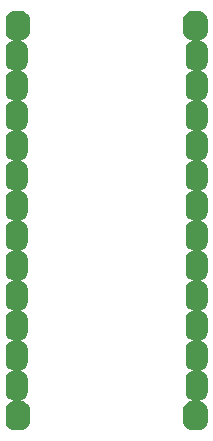
<source format=gbs>
G04 #@! TF.GenerationSoftware,KiCad,Pcbnew,(5.1.5-0-10_14)*
G04 #@! TF.CreationDate,2020-12-14T09:21:21-05:00*
G04 #@! TF.ProjectId,GW28R8128,47573238-5238-4313-9238-2e6b69636164,rev?*
G04 #@! TF.SameCoordinates,Original*
G04 #@! TF.FileFunction,Soldermask,Bot*
G04 #@! TF.FilePolarity,Negative*
%FSLAX46Y46*%
G04 Gerber Fmt 4.6, Leading zero omitted, Abs format (unit mm)*
G04 Created by KiCad (PCBNEW (5.1.5-0-10_14)) date 2020-12-14 09:21:21*
%MOMM*%
%LPD*%
G04 APERTURE LIST*
%ADD10C,0.100000*%
G04 APERTURE END LIST*
D10*
G36*
X56243272Y-19117538D02*
G01*
X56374402Y-19157315D01*
X56495243Y-19221906D01*
X56601165Y-19308835D01*
X56688094Y-19414757D01*
X56752685Y-19535598D01*
X56792462Y-19666728D01*
X56806200Y-19806207D01*
X56806200Y-20833793D01*
X56792462Y-20973272D01*
X56752685Y-21104402D01*
X56688094Y-21225243D01*
X56601165Y-21331165D01*
X56495243Y-21418094D01*
X56374402Y-21482685D01*
X56243272Y-21522462D01*
X56234159Y-21523360D01*
X56221950Y-21525789D01*
X56210450Y-21530552D01*
X56200100Y-21537468D01*
X56191298Y-21546270D01*
X56184382Y-21556621D01*
X56179619Y-21568121D01*
X56177191Y-21580330D01*
X56177191Y-21592778D01*
X56179620Y-21604987D01*
X56184383Y-21616487D01*
X56191299Y-21626837D01*
X56200101Y-21635639D01*
X56210452Y-21642555D01*
X56221952Y-21647318D01*
X56234160Y-21649746D01*
X56299617Y-21656193D01*
X56417613Y-21691986D01*
X56526356Y-21750110D01*
X56621669Y-21828331D01*
X56699890Y-21923644D01*
X56758014Y-22032387D01*
X56793807Y-22150383D01*
X56806200Y-22276207D01*
X56806200Y-23443793D01*
X56793807Y-23569617D01*
X56758014Y-23687613D01*
X56699890Y-23796356D01*
X56621669Y-23891669D01*
X56526356Y-23969890D01*
X56417613Y-24028014D01*
X56299617Y-24063807D01*
X56269159Y-24066807D01*
X56256950Y-24069235D01*
X56245450Y-24073999D01*
X56235100Y-24080915D01*
X56226298Y-24089717D01*
X56219382Y-24100067D01*
X56214618Y-24111567D01*
X56212190Y-24123776D01*
X56212190Y-24136224D01*
X56214618Y-24148433D01*
X56219382Y-24159933D01*
X56226298Y-24170283D01*
X56235100Y-24179085D01*
X56245450Y-24186001D01*
X56256950Y-24190765D01*
X56269159Y-24193193D01*
X56299617Y-24196193D01*
X56417613Y-24231986D01*
X56526356Y-24290110D01*
X56621669Y-24368331D01*
X56699890Y-24463644D01*
X56758014Y-24572387D01*
X56793807Y-24690383D01*
X56806200Y-24816207D01*
X56806200Y-25983793D01*
X56793807Y-26109617D01*
X56758014Y-26227613D01*
X56699890Y-26336356D01*
X56621669Y-26431669D01*
X56526356Y-26509890D01*
X56417613Y-26568014D01*
X56299617Y-26603807D01*
X56269159Y-26606807D01*
X56256950Y-26609235D01*
X56245450Y-26613999D01*
X56235100Y-26620915D01*
X56226298Y-26629717D01*
X56219382Y-26640067D01*
X56214618Y-26651567D01*
X56212190Y-26663776D01*
X56212190Y-26676224D01*
X56214618Y-26688433D01*
X56219382Y-26699933D01*
X56226298Y-26710283D01*
X56235100Y-26719085D01*
X56245450Y-26726001D01*
X56256950Y-26730765D01*
X56269159Y-26733193D01*
X56299617Y-26736193D01*
X56417613Y-26771986D01*
X56526356Y-26830110D01*
X56621669Y-26908331D01*
X56699890Y-27003644D01*
X56758014Y-27112387D01*
X56793807Y-27230383D01*
X56806200Y-27356207D01*
X56806200Y-28523793D01*
X56793807Y-28649617D01*
X56758014Y-28767613D01*
X56699890Y-28876356D01*
X56621669Y-28971669D01*
X56526356Y-29049890D01*
X56417613Y-29108014D01*
X56299617Y-29143807D01*
X56269159Y-29146807D01*
X56256950Y-29149235D01*
X56245450Y-29153999D01*
X56235100Y-29160915D01*
X56226298Y-29169717D01*
X56219382Y-29180067D01*
X56214618Y-29191567D01*
X56212190Y-29203776D01*
X56212190Y-29216224D01*
X56214618Y-29228433D01*
X56219382Y-29239933D01*
X56226298Y-29250283D01*
X56235100Y-29259085D01*
X56245450Y-29266001D01*
X56256950Y-29270765D01*
X56269159Y-29273193D01*
X56299617Y-29276193D01*
X56417613Y-29311986D01*
X56526356Y-29370110D01*
X56621669Y-29448331D01*
X56699890Y-29543644D01*
X56758014Y-29652387D01*
X56793807Y-29770383D01*
X56806200Y-29896207D01*
X56806200Y-31063793D01*
X56793807Y-31189617D01*
X56758014Y-31307613D01*
X56699890Y-31416356D01*
X56621669Y-31511669D01*
X56526356Y-31589890D01*
X56417613Y-31648014D01*
X56299617Y-31683807D01*
X56269159Y-31686807D01*
X56256950Y-31689235D01*
X56245450Y-31693999D01*
X56235100Y-31700915D01*
X56226298Y-31709717D01*
X56219382Y-31720067D01*
X56214618Y-31731567D01*
X56212190Y-31743776D01*
X56212190Y-31756224D01*
X56214618Y-31768433D01*
X56219382Y-31779933D01*
X56226298Y-31790283D01*
X56235100Y-31799085D01*
X56245450Y-31806001D01*
X56256950Y-31810765D01*
X56269159Y-31813193D01*
X56299617Y-31816193D01*
X56417613Y-31851986D01*
X56526356Y-31910110D01*
X56621669Y-31988331D01*
X56699890Y-32083644D01*
X56758014Y-32192387D01*
X56793807Y-32310383D01*
X56806200Y-32436207D01*
X56806200Y-33603793D01*
X56793807Y-33729617D01*
X56758014Y-33847613D01*
X56699890Y-33956356D01*
X56621669Y-34051669D01*
X56526356Y-34129890D01*
X56417613Y-34188014D01*
X56299617Y-34223807D01*
X56269159Y-34226807D01*
X56256950Y-34229235D01*
X56245450Y-34233999D01*
X56235100Y-34240915D01*
X56226298Y-34249717D01*
X56219382Y-34260067D01*
X56214618Y-34271567D01*
X56212190Y-34283776D01*
X56212190Y-34296224D01*
X56214618Y-34308433D01*
X56219382Y-34319933D01*
X56226298Y-34330283D01*
X56235100Y-34339085D01*
X56245450Y-34346001D01*
X56256950Y-34350765D01*
X56269159Y-34353193D01*
X56299617Y-34356193D01*
X56417613Y-34391986D01*
X56526356Y-34450110D01*
X56621669Y-34528331D01*
X56699890Y-34623644D01*
X56758014Y-34732387D01*
X56793807Y-34850383D01*
X56806200Y-34976207D01*
X56806200Y-36143793D01*
X56793807Y-36269617D01*
X56758014Y-36387613D01*
X56699890Y-36496356D01*
X56621669Y-36591669D01*
X56526356Y-36669890D01*
X56417613Y-36728014D01*
X56299617Y-36763807D01*
X56269159Y-36766807D01*
X56256950Y-36769235D01*
X56245450Y-36773999D01*
X56235100Y-36780915D01*
X56226298Y-36789717D01*
X56219382Y-36800067D01*
X56214618Y-36811567D01*
X56212190Y-36823776D01*
X56212190Y-36836224D01*
X56214618Y-36848433D01*
X56219382Y-36859933D01*
X56226298Y-36870283D01*
X56235100Y-36879085D01*
X56245450Y-36886001D01*
X56256950Y-36890765D01*
X56269159Y-36893193D01*
X56299617Y-36896193D01*
X56417613Y-36931986D01*
X56526356Y-36990110D01*
X56621669Y-37068331D01*
X56699890Y-37163644D01*
X56758014Y-37272387D01*
X56793807Y-37390383D01*
X56806200Y-37516207D01*
X56806200Y-38683793D01*
X56793807Y-38809617D01*
X56758014Y-38927613D01*
X56699890Y-39036356D01*
X56621669Y-39131669D01*
X56526356Y-39209890D01*
X56417613Y-39268014D01*
X56299617Y-39303807D01*
X56269159Y-39306807D01*
X56256950Y-39309235D01*
X56245450Y-39313999D01*
X56235100Y-39320915D01*
X56226298Y-39329717D01*
X56219382Y-39340067D01*
X56214618Y-39351567D01*
X56212190Y-39363776D01*
X56212190Y-39376224D01*
X56214618Y-39388433D01*
X56219382Y-39399933D01*
X56226298Y-39410283D01*
X56235100Y-39419085D01*
X56245450Y-39426001D01*
X56256950Y-39430765D01*
X56269159Y-39433193D01*
X56299617Y-39436193D01*
X56417613Y-39471986D01*
X56526356Y-39530110D01*
X56621669Y-39608331D01*
X56699890Y-39703644D01*
X56758014Y-39812387D01*
X56793807Y-39930383D01*
X56806200Y-40056207D01*
X56806200Y-41223793D01*
X56793807Y-41349617D01*
X56758014Y-41467613D01*
X56699890Y-41576356D01*
X56621669Y-41671669D01*
X56526356Y-41749890D01*
X56417613Y-41808014D01*
X56299617Y-41843807D01*
X56269159Y-41846807D01*
X56256950Y-41849235D01*
X56245450Y-41853999D01*
X56235100Y-41860915D01*
X56226298Y-41869717D01*
X56219382Y-41880067D01*
X56214618Y-41891567D01*
X56212190Y-41903776D01*
X56212190Y-41916224D01*
X56214618Y-41928433D01*
X56219382Y-41939933D01*
X56226298Y-41950283D01*
X56235100Y-41959085D01*
X56245450Y-41966001D01*
X56256950Y-41970765D01*
X56269159Y-41973193D01*
X56299617Y-41976193D01*
X56417613Y-42011986D01*
X56526356Y-42070110D01*
X56621669Y-42148331D01*
X56699890Y-42243644D01*
X56758014Y-42352387D01*
X56793807Y-42470383D01*
X56806200Y-42596207D01*
X56806200Y-43763793D01*
X56793807Y-43889617D01*
X56758014Y-44007613D01*
X56699890Y-44116356D01*
X56621669Y-44211669D01*
X56526356Y-44289890D01*
X56417613Y-44348014D01*
X56299617Y-44383807D01*
X56269159Y-44386807D01*
X56256950Y-44389235D01*
X56245450Y-44393999D01*
X56235100Y-44400915D01*
X56226298Y-44409717D01*
X56219382Y-44420067D01*
X56214618Y-44431567D01*
X56212190Y-44443776D01*
X56212190Y-44456224D01*
X56214618Y-44468433D01*
X56219382Y-44479933D01*
X56226298Y-44490283D01*
X56235100Y-44499085D01*
X56245450Y-44506001D01*
X56256950Y-44510765D01*
X56269159Y-44513193D01*
X56299617Y-44516193D01*
X56417613Y-44551986D01*
X56526356Y-44610110D01*
X56621669Y-44688331D01*
X56699890Y-44783644D01*
X56758014Y-44892387D01*
X56793807Y-45010383D01*
X56806200Y-45136207D01*
X56806200Y-46303793D01*
X56793807Y-46429617D01*
X56758014Y-46547613D01*
X56699890Y-46656356D01*
X56621669Y-46751669D01*
X56526356Y-46829890D01*
X56417613Y-46888014D01*
X56299617Y-46923807D01*
X56269159Y-46926807D01*
X56256950Y-46929235D01*
X56245450Y-46933999D01*
X56235100Y-46940915D01*
X56226298Y-46949717D01*
X56219382Y-46960067D01*
X56214618Y-46971567D01*
X56212190Y-46983776D01*
X56212190Y-46996224D01*
X56214618Y-47008433D01*
X56219382Y-47019933D01*
X56226298Y-47030283D01*
X56235100Y-47039085D01*
X56245450Y-47046001D01*
X56256950Y-47050765D01*
X56269159Y-47053193D01*
X56299617Y-47056193D01*
X56417613Y-47091986D01*
X56526356Y-47150110D01*
X56621669Y-47228331D01*
X56699890Y-47323644D01*
X56758014Y-47432387D01*
X56793807Y-47550383D01*
X56806200Y-47676207D01*
X56806200Y-48843793D01*
X56793807Y-48969617D01*
X56758014Y-49087613D01*
X56699890Y-49196356D01*
X56621669Y-49291669D01*
X56526356Y-49369890D01*
X56417613Y-49428014D01*
X56299617Y-49463807D01*
X56269159Y-49466807D01*
X56256950Y-49469235D01*
X56245450Y-49473999D01*
X56235100Y-49480915D01*
X56226298Y-49489717D01*
X56219382Y-49500067D01*
X56214618Y-49511567D01*
X56212190Y-49523776D01*
X56212190Y-49536224D01*
X56214618Y-49548433D01*
X56219382Y-49559933D01*
X56226298Y-49570283D01*
X56235100Y-49579085D01*
X56245450Y-49586001D01*
X56256950Y-49590765D01*
X56269159Y-49593193D01*
X56299617Y-49596193D01*
X56417613Y-49631986D01*
X56526356Y-49690110D01*
X56621669Y-49768331D01*
X56699890Y-49863644D01*
X56758014Y-49972387D01*
X56793807Y-50090383D01*
X56806200Y-50216207D01*
X56806200Y-51383793D01*
X56793807Y-51509617D01*
X56758014Y-51627613D01*
X56699890Y-51736356D01*
X56621669Y-51831669D01*
X56526356Y-51909890D01*
X56417613Y-51968014D01*
X56299617Y-52003807D01*
X56234160Y-52010254D01*
X56221951Y-52012682D01*
X56210451Y-52017446D01*
X56200101Y-52024362D01*
X56191299Y-52033164D01*
X56184383Y-52043514D01*
X56179619Y-52055014D01*
X56177191Y-52067223D01*
X56177191Y-52079671D01*
X56179619Y-52091880D01*
X56184383Y-52103380D01*
X56191299Y-52113730D01*
X56200101Y-52122532D01*
X56210451Y-52129448D01*
X56221951Y-52134212D01*
X56234159Y-52136640D01*
X56243272Y-52137538D01*
X56374402Y-52177315D01*
X56495243Y-52241906D01*
X56601165Y-52328835D01*
X56688094Y-52434757D01*
X56752685Y-52555598D01*
X56792462Y-52686728D01*
X56806200Y-52826207D01*
X56806200Y-53853793D01*
X56792462Y-53993272D01*
X56752685Y-54124402D01*
X56688094Y-54245243D01*
X56601165Y-54351165D01*
X56495243Y-54438094D01*
X56374402Y-54502685D01*
X56243272Y-54542462D01*
X56103793Y-54556200D01*
X55456207Y-54556200D01*
X55316728Y-54542462D01*
X55185598Y-54502685D01*
X55064757Y-54438094D01*
X54958835Y-54351165D01*
X54871906Y-54245243D01*
X54807315Y-54124402D01*
X54767538Y-53993272D01*
X54753800Y-53853793D01*
X54753800Y-52826207D01*
X54767538Y-52686728D01*
X54807315Y-52555598D01*
X54871906Y-52434757D01*
X54958835Y-52328835D01*
X55064757Y-52241906D01*
X55185598Y-52177315D01*
X55316728Y-52137538D01*
X55440276Y-52125369D01*
X55452485Y-52122941D01*
X55463985Y-52118177D01*
X55474335Y-52111261D01*
X55483137Y-52102459D01*
X55490053Y-52092109D01*
X55494817Y-52080609D01*
X55497245Y-52068400D01*
X55497245Y-52055952D01*
X55494817Y-52043743D01*
X55490053Y-52032243D01*
X55483137Y-52021893D01*
X55474335Y-52013091D01*
X55463985Y-52006175D01*
X55452484Y-52001411D01*
X55342387Y-51968014D01*
X55233644Y-51909890D01*
X55138331Y-51831669D01*
X55060110Y-51736356D01*
X55001986Y-51627613D01*
X54966193Y-51509617D01*
X54953800Y-51383793D01*
X54953800Y-50216207D01*
X54966193Y-50090383D01*
X55001986Y-49972387D01*
X55060110Y-49863644D01*
X55138331Y-49768331D01*
X55233644Y-49690110D01*
X55342387Y-49631986D01*
X55460383Y-49596193D01*
X55490841Y-49593193D01*
X55503050Y-49590765D01*
X55514550Y-49586001D01*
X55524900Y-49579085D01*
X55533702Y-49570283D01*
X55540618Y-49559933D01*
X55545382Y-49548433D01*
X55547810Y-49536224D01*
X55547810Y-49523776D01*
X55545382Y-49511567D01*
X55540618Y-49500067D01*
X55533702Y-49489717D01*
X55524900Y-49480915D01*
X55514550Y-49473999D01*
X55503050Y-49469235D01*
X55490841Y-49466807D01*
X55460383Y-49463807D01*
X55342387Y-49428014D01*
X55233644Y-49369890D01*
X55138331Y-49291669D01*
X55060110Y-49196356D01*
X55001986Y-49087613D01*
X54966193Y-48969617D01*
X54953800Y-48843793D01*
X54953800Y-47676207D01*
X54966193Y-47550383D01*
X55001986Y-47432387D01*
X55060110Y-47323644D01*
X55138331Y-47228331D01*
X55233644Y-47150110D01*
X55342387Y-47091986D01*
X55460383Y-47056193D01*
X55490841Y-47053193D01*
X55503050Y-47050765D01*
X55514550Y-47046001D01*
X55524900Y-47039085D01*
X55533702Y-47030283D01*
X55540618Y-47019933D01*
X55545382Y-47008433D01*
X55547810Y-46996224D01*
X55547810Y-46983776D01*
X55545382Y-46971567D01*
X55540618Y-46960067D01*
X55533702Y-46949717D01*
X55524900Y-46940915D01*
X55514550Y-46933999D01*
X55503050Y-46929235D01*
X55490841Y-46926807D01*
X55460383Y-46923807D01*
X55342387Y-46888014D01*
X55233644Y-46829890D01*
X55138331Y-46751669D01*
X55060110Y-46656356D01*
X55001986Y-46547613D01*
X54966193Y-46429617D01*
X54953800Y-46303793D01*
X54953800Y-45136207D01*
X54966193Y-45010383D01*
X55001986Y-44892387D01*
X55060110Y-44783644D01*
X55138331Y-44688331D01*
X55233644Y-44610110D01*
X55342387Y-44551986D01*
X55460383Y-44516193D01*
X55490841Y-44513193D01*
X55503050Y-44510765D01*
X55514550Y-44506001D01*
X55524900Y-44499085D01*
X55533702Y-44490283D01*
X55540618Y-44479933D01*
X55545382Y-44468433D01*
X55547810Y-44456224D01*
X55547810Y-44443776D01*
X55545382Y-44431567D01*
X55540618Y-44420067D01*
X55533702Y-44409717D01*
X55524900Y-44400915D01*
X55514550Y-44393999D01*
X55503050Y-44389235D01*
X55490841Y-44386807D01*
X55460383Y-44383807D01*
X55342387Y-44348014D01*
X55233644Y-44289890D01*
X55138331Y-44211669D01*
X55060110Y-44116356D01*
X55001986Y-44007613D01*
X54966193Y-43889617D01*
X54953800Y-43763793D01*
X54953800Y-42596207D01*
X54966193Y-42470383D01*
X55001986Y-42352387D01*
X55060110Y-42243644D01*
X55138331Y-42148331D01*
X55233644Y-42070110D01*
X55342387Y-42011986D01*
X55460383Y-41976193D01*
X55490841Y-41973193D01*
X55503050Y-41970765D01*
X55514550Y-41966001D01*
X55524900Y-41959085D01*
X55533702Y-41950283D01*
X55540618Y-41939933D01*
X55545382Y-41928433D01*
X55547810Y-41916224D01*
X55547810Y-41903776D01*
X55545382Y-41891567D01*
X55540618Y-41880067D01*
X55533702Y-41869717D01*
X55524900Y-41860915D01*
X55514550Y-41853999D01*
X55503050Y-41849235D01*
X55490841Y-41846807D01*
X55460383Y-41843807D01*
X55342387Y-41808014D01*
X55233644Y-41749890D01*
X55138331Y-41671669D01*
X55060110Y-41576356D01*
X55001986Y-41467613D01*
X54966193Y-41349617D01*
X54953800Y-41223793D01*
X54953800Y-40056207D01*
X54966193Y-39930383D01*
X55001986Y-39812387D01*
X55060110Y-39703644D01*
X55138331Y-39608331D01*
X55233644Y-39530110D01*
X55342387Y-39471986D01*
X55460383Y-39436193D01*
X55490841Y-39433193D01*
X55503050Y-39430765D01*
X55514550Y-39426001D01*
X55524900Y-39419085D01*
X55533702Y-39410283D01*
X55540618Y-39399933D01*
X55545382Y-39388433D01*
X55547810Y-39376224D01*
X55547810Y-39363776D01*
X55545382Y-39351567D01*
X55540618Y-39340067D01*
X55533702Y-39329717D01*
X55524900Y-39320915D01*
X55514550Y-39313999D01*
X55503050Y-39309235D01*
X55490841Y-39306807D01*
X55460383Y-39303807D01*
X55342387Y-39268014D01*
X55233644Y-39209890D01*
X55138331Y-39131669D01*
X55060110Y-39036356D01*
X55001986Y-38927613D01*
X54966193Y-38809617D01*
X54953800Y-38683793D01*
X54953800Y-37516207D01*
X54966193Y-37390383D01*
X55001986Y-37272387D01*
X55060110Y-37163644D01*
X55138331Y-37068331D01*
X55233644Y-36990110D01*
X55342387Y-36931986D01*
X55460383Y-36896193D01*
X55490841Y-36893193D01*
X55503050Y-36890765D01*
X55514550Y-36886001D01*
X55524900Y-36879085D01*
X55533702Y-36870283D01*
X55540618Y-36859933D01*
X55545382Y-36848433D01*
X55547810Y-36836224D01*
X55547810Y-36823776D01*
X55545382Y-36811567D01*
X55540618Y-36800067D01*
X55533702Y-36789717D01*
X55524900Y-36780915D01*
X55514550Y-36773999D01*
X55503050Y-36769235D01*
X55490841Y-36766807D01*
X55460383Y-36763807D01*
X55342387Y-36728014D01*
X55233644Y-36669890D01*
X55138331Y-36591669D01*
X55060110Y-36496356D01*
X55001986Y-36387613D01*
X54966193Y-36269617D01*
X54953800Y-36143793D01*
X54953800Y-34976207D01*
X54966193Y-34850383D01*
X55001986Y-34732387D01*
X55060110Y-34623644D01*
X55138331Y-34528331D01*
X55233644Y-34450110D01*
X55342387Y-34391986D01*
X55460383Y-34356193D01*
X55490841Y-34353193D01*
X55503050Y-34350765D01*
X55514550Y-34346001D01*
X55524900Y-34339085D01*
X55533702Y-34330283D01*
X55540618Y-34319933D01*
X55545382Y-34308433D01*
X55547810Y-34296224D01*
X55547810Y-34283776D01*
X55545382Y-34271567D01*
X55540618Y-34260067D01*
X55533702Y-34249717D01*
X55524900Y-34240915D01*
X55514550Y-34233999D01*
X55503050Y-34229235D01*
X55490841Y-34226807D01*
X55460383Y-34223807D01*
X55342387Y-34188014D01*
X55233644Y-34129890D01*
X55138331Y-34051669D01*
X55060110Y-33956356D01*
X55001986Y-33847613D01*
X54966193Y-33729617D01*
X54953800Y-33603793D01*
X54953800Y-32436207D01*
X54966193Y-32310383D01*
X55001986Y-32192387D01*
X55060110Y-32083644D01*
X55138331Y-31988331D01*
X55233644Y-31910110D01*
X55342387Y-31851986D01*
X55460383Y-31816193D01*
X55490841Y-31813193D01*
X55503050Y-31810765D01*
X55514550Y-31806001D01*
X55524900Y-31799085D01*
X55533702Y-31790283D01*
X55540618Y-31779933D01*
X55545382Y-31768433D01*
X55547810Y-31756224D01*
X55547810Y-31743776D01*
X55545382Y-31731567D01*
X55540618Y-31720067D01*
X55533702Y-31709717D01*
X55524900Y-31700915D01*
X55514550Y-31693999D01*
X55503050Y-31689235D01*
X55490841Y-31686807D01*
X55460383Y-31683807D01*
X55342387Y-31648014D01*
X55233644Y-31589890D01*
X55138331Y-31511669D01*
X55060110Y-31416356D01*
X55001986Y-31307613D01*
X54966193Y-31189617D01*
X54953800Y-31063793D01*
X54953800Y-29896207D01*
X54966193Y-29770383D01*
X55001986Y-29652387D01*
X55060110Y-29543644D01*
X55138331Y-29448331D01*
X55233644Y-29370110D01*
X55342387Y-29311986D01*
X55460383Y-29276193D01*
X55490841Y-29273193D01*
X55503050Y-29270765D01*
X55514550Y-29266001D01*
X55524900Y-29259085D01*
X55533702Y-29250283D01*
X55540618Y-29239933D01*
X55545382Y-29228433D01*
X55547810Y-29216224D01*
X55547810Y-29203776D01*
X55545382Y-29191567D01*
X55540618Y-29180067D01*
X55533702Y-29169717D01*
X55524900Y-29160915D01*
X55514550Y-29153999D01*
X55503050Y-29149235D01*
X55490841Y-29146807D01*
X55460383Y-29143807D01*
X55342387Y-29108014D01*
X55233644Y-29049890D01*
X55138331Y-28971669D01*
X55060110Y-28876356D01*
X55001986Y-28767613D01*
X54966193Y-28649617D01*
X54953800Y-28523793D01*
X54953800Y-27356207D01*
X54966193Y-27230383D01*
X55001986Y-27112387D01*
X55060110Y-27003644D01*
X55138331Y-26908331D01*
X55233644Y-26830110D01*
X55342387Y-26771986D01*
X55460383Y-26736193D01*
X55490841Y-26733193D01*
X55503050Y-26730765D01*
X55514550Y-26726001D01*
X55524900Y-26719085D01*
X55533702Y-26710283D01*
X55540618Y-26699933D01*
X55545382Y-26688433D01*
X55547810Y-26676224D01*
X55547810Y-26663776D01*
X55545382Y-26651567D01*
X55540618Y-26640067D01*
X55533702Y-26629717D01*
X55524900Y-26620915D01*
X55514550Y-26613999D01*
X55503050Y-26609235D01*
X55490841Y-26606807D01*
X55460383Y-26603807D01*
X55342387Y-26568014D01*
X55233644Y-26509890D01*
X55138331Y-26431669D01*
X55060110Y-26336356D01*
X55001986Y-26227613D01*
X54966193Y-26109617D01*
X54953800Y-25983793D01*
X54953800Y-24816207D01*
X54966193Y-24690383D01*
X55001986Y-24572387D01*
X55060110Y-24463644D01*
X55138331Y-24368331D01*
X55233644Y-24290110D01*
X55342387Y-24231986D01*
X55460383Y-24196193D01*
X55490841Y-24193193D01*
X55503050Y-24190765D01*
X55514550Y-24186001D01*
X55524900Y-24179085D01*
X55533702Y-24170283D01*
X55540618Y-24159933D01*
X55545382Y-24148433D01*
X55547810Y-24136224D01*
X55547810Y-24123776D01*
X55545382Y-24111567D01*
X55540618Y-24100067D01*
X55533702Y-24089717D01*
X55524900Y-24080915D01*
X55514550Y-24073999D01*
X55503050Y-24069235D01*
X55490841Y-24066807D01*
X55460383Y-24063807D01*
X55342387Y-24028014D01*
X55233644Y-23969890D01*
X55138331Y-23891669D01*
X55060110Y-23796356D01*
X55001986Y-23687613D01*
X54966193Y-23569617D01*
X54953800Y-23443793D01*
X54953800Y-22276207D01*
X54966193Y-22150383D01*
X55001986Y-22032387D01*
X55060110Y-21923644D01*
X55138331Y-21828331D01*
X55233644Y-21750110D01*
X55342387Y-21691986D01*
X55452484Y-21658589D01*
X55463985Y-21653825D01*
X55474335Y-21646910D01*
X55483137Y-21638108D01*
X55490053Y-21627758D01*
X55494817Y-21616257D01*
X55497245Y-21604048D01*
X55497245Y-21591600D01*
X55494817Y-21579392D01*
X55490053Y-21567891D01*
X55483138Y-21557541D01*
X55474336Y-21548739D01*
X55463986Y-21541823D01*
X55452485Y-21537059D01*
X55440276Y-21534631D01*
X55316728Y-21522462D01*
X55185598Y-21482685D01*
X55064757Y-21418094D01*
X54958835Y-21331165D01*
X54871906Y-21225243D01*
X54807315Y-21104402D01*
X54767538Y-20973272D01*
X54753800Y-20833793D01*
X54753800Y-19806207D01*
X54767538Y-19666728D01*
X54807315Y-19535598D01*
X54871906Y-19414757D01*
X54958835Y-19308835D01*
X55064757Y-19221906D01*
X55185598Y-19157315D01*
X55316728Y-19117538D01*
X55456207Y-19103800D01*
X56103793Y-19103800D01*
X56243272Y-19117538D01*
G37*
G36*
X41203272Y-19117538D02*
G01*
X41334402Y-19157315D01*
X41455243Y-19221906D01*
X41561165Y-19308835D01*
X41648094Y-19414757D01*
X41712685Y-19535598D01*
X41752462Y-19666728D01*
X41766200Y-19806207D01*
X41766200Y-20833793D01*
X41752462Y-20973272D01*
X41712685Y-21104402D01*
X41648094Y-21225243D01*
X41561165Y-21331165D01*
X41455243Y-21418094D01*
X41334402Y-21482685D01*
X41203272Y-21522462D01*
X41079724Y-21534631D01*
X41067515Y-21537059D01*
X41056015Y-21541823D01*
X41045665Y-21548739D01*
X41036863Y-21557541D01*
X41029947Y-21567891D01*
X41025183Y-21579391D01*
X41022755Y-21591600D01*
X41022755Y-21604048D01*
X41025183Y-21616257D01*
X41029947Y-21627757D01*
X41036863Y-21638107D01*
X41045665Y-21646909D01*
X41056015Y-21653825D01*
X41067516Y-21658589D01*
X41177613Y-21691986D01*
X41286356Y-21750110D01*
X41381669Y-21828331D01*
X41459890Y-21923644D01*
X41518014Y-22032387D01*
X41553807Y-22150383D01*
X41566200Y-22276207D01*
X41566200Y-23443793D01*
X41553807Y-23569617D01*
X41518014Y-23687613D01*
X41459890Y-23796356D01*
X41381669Y-23891669D01*
X41286356Y-23969890D01*
X41177613Y-24028014D01*
X41059617Y-24063807D01*
X41029159Y-24066807D01*
X41016950Y-24069235D01*
X41005450Y-24073999D01*
X40995100Y-24080915D01*
X40986298Y-24089717D01*
X40979382Y-24100067D01*
X40974618Y-24111567D01*
X40972190Y-24123776D01*
X40972190Y-24136224D01*
X40974618Y-24148433D01*
X40979382Y-24159933D01*
X40986298Y-24170283D01*
X40995100Y-24179085D01*
X41005450Y-24186001D01*
X41016950Y-24190765D01*
X41029159Y-24193193D01*
X41059617Y-24196193D01*
X41177613Y-24231986D01*
X41286356Y-24290110D01*
X41381669Y-24368331D01*
X41459890Y-24463644D01*
X41518014Y-24572387D01*
X41553807Y-24690383D01*
X41566200Y-24816207D01*
X41566200Y-25983793D01*
X41553807Y-26109617D01*
X41518014Y-26227613D01*
X41459890Y-26336356D01*
X41381669Y-26431669D01*
X41286356Y-26509890D01*
X41177613Y-26568014D01*
X41059617Y-26603807D01*
X41029159Y-26606807D01*
X41016950Y-26609235D01*
X41005450Y-26613999D01*
X40995100Y-26620915D01*
X40986298Y-26629717D01*
X40979382Y-26640067D01*
X40974618Y-26651567D01*
X40972190Y-26663776D01*
X40972190Y-26676224D01*
X40974618Y-26688433D01*
X40979382Y-26699933D01*
X40986298Y-26710283D01*
X40995100Y-26719085D01*
X41005450Y-26726001D01*
X41016950Y-26730765D01*
X41029159Y-26733193D01*
X41059617Y-26736193D01*
X41177613Y-26771986D01*
X41286356Y-26830110D01*
X41381669Y-26908331D01*
X41459890Y-27003644D01*
X41518014Y-27112387D01*
X41553807Y-27230383D01*
X41566200Y-27356207D01*
X41566200Y-28523793D01*
X41553807Y-28649617D01*
X41518014Y-28767613D01*
X41459890Y-28876356D01*
X41381669Y-28971669D01*
X41286356Y-29049890D01*
X41177613Y-29108014D01*
X41059617Y-29143807D01*
X41029159Y-29146807D01*
X41016950Y-29149235D01*
X41005450Y-29153999D01*
X40995100Y-29160915D01*
X40986298Y-29169717D01*
X40979382Y-29180067D01*
X40974618Y-29191567D01*
X40972190Y-29203776D01*
X40972190Y-29216224D01*
X40974618Y-29228433D01*
X40979382Y-29239933D01*
X40986298Y-29250283D01*
X40995100Y-29259085D01*
X41005450Y-29266001D01*
X41016950Y-29270765D01*
X41029159Y-29273193D01*
X41059617Y-29276193D01*
X41177613Y-29311986D01*
X41286356Y-29370110D01*
X41381669Y-29448331D01*
X41459890Y-29543644D01*
X41518014Y-29652387D01*
X41553807Y-29770383D01*
X41566200Y-29896207D01*
X41566200Y-31063793D01*
X41553807Y-31189617D01*
X41518014Y-31307613D01*
X41459890Y-31416356D01*
X41381669Y-31511669D01*
X41286356Y-31589890D01*
X41177613Y-31648014D01*
X41059617Y-31683807D01*
X41029159Y-31686807D01*
X41016950Y-31689235D01*
X41005450Y-31693999D01*
X40995100Y-31700915D01*
X40986298Y-31709717D01*
X40979382Y-31720067D01*
X40974618Y-31731567D01*
X40972190Y-31743776D01*
X40972190Y-31756224D01*
X40974618Y-31768433D01*
X40979382Y-31779933D01*
X40986298Y-31790283D01*
X40995100Y-31799085D01*
X41005450Y-31806001D01*
X41016950Y-31810765D01*
X41029159Y-31813193D01*
X41059617Y-31816193D01*
X41177613Y-31851986D01*
X41286356Y-31910110D01*
X41381669Y-31988331D01*
X41459890Y-32083644D01*
X41518014Y-32192387D01*
X41553807Y-32310383D01*
X41566200Y-32436207D01*
X41566200Y-33603793D01*
X41553807Y-33729617D01*
X41518014Y-33847613D01*
X41459890Y-33956356D01*
X41381669Y-34051669D01*
X41286356Y-34129890D01*
X41177613Y-34188014D01*
X41059617Y-34223807D01*
X41029159Y-34226807D01*
X41016950Y-34229235D01*
X41005450Y-34233999D01*
X40995100Y-34240915D01*
X40986298Y-34249717D01*
X40979382Y-34260067D01*
X40974618Y-34271567D01*
X40972190Y-34283776D01*
X40972190Y-34296224D01*
X40974618Y-34308433D01*
X40979382Y-34319933D01*
X40986298Y-34330283D01*
X40995100Y-34339085D01*
X41005450Y-34346001D01*
X41016950Y-34350765D01*
X41029159Y-34353193D01*
X41059617Y-34356193D01*
X41177613Y-34391986D01*
X41286356Y-34450110D01*
X41381669Y-34528331D01*
X41459890Y-34623644D01*
X41518014Y-34732387D01*
X41553807Y-34850383D01*
X41566200Y-34976207D01*
X41566200Y-36143793D01*
X41553807Y-36269617D01*
X41518014Y-36387613D01*
X41459890Y-36496356D01*
X41381669Y-36591669D01*
X41286356Y-36669890D01*
X41177613Y-36728014D01*
X41059617Y-36763807D01*
X41029159Y-36766807D01*
X41016950Y-36769235D01*
X41005450Y-36773999D01*
X40995100Y-36780915D01*
X40986298Y-36789717D01*
X40979382Y-36800067D01*
X40974618Y-36811567D01*
X40972190Y-36823776D01*
X40972190Y-36836224D01*
X40974618Y-36848433D01*
X40979382Y-36859933D01*
X40986298Y-36870283D01*
X40995100Y-36879085D01*
X41005450Y-36886001D01*
X41016950Y-36890765D01*
X41029159Y-36893193D01*
X41059617Y-36896193D01*
X41177613Y-36931986D01*
X41286356Y-36990110D01*
X41381669Y-37068331D01*
X41459890Y-37163644D01*
X41518014Y-37272387D01*
X41553807Y-37390383D01*
X41566200Y-37516207D01*
X41566200Y-38683793D01*
X41553807Y-38809617D01*
X41518014Y-38927613D01*
X41459890Y-39036356D01*
X41381669Y-39131669D01*
X41286356Y-39209890D01*
X41177613Y-39268014D01*
X41059617Y-39303807D01*
X41029159Y-39306807D01*
X41016950Y-39309235D01*
X41005450Y-39313999D01*
X40995100Y-39320915D01*
X40986298Y-39329717D01*
X40979382Y-39340067D01*
X40974618Y-39351567D01*
X40972190Y-39363776D01*
X40972190Y-39376224D01*
X40974618Y-39388433D01*
X40979382Y-39399933D01*
X40986298Y-39410283D01*
X40995100Y-39419085D01*
X41005450Y-39426001D01*
X41016950Y-39430765D01*
X41029159Y-39433193D01*
X41059617Y-39436193D01*
X41177613Y-39471986D01*
X41286356Y-39530110D01*
X41381669Y-39608331D01*
X41459890Y-39703644D01*
X41518014Y-39812387D01*
X41553807Y-39930383D01*
X41566200Y-40056207D01*
X41566200Y-41223793D01*
X41553807Y-41349617D01*
X41518014Y-41467613D01*
X41459890Y-41576356D01*
X41381669Y-41671669D01*
X41286356Y-41749890D01*
X41177613Y-41808014D01*
X41059617Y-41843807D01*
X41029159Y-41846807D01*
X41016950Y-41849235D01*
X41005450Y-41853999D01*
X40995100Y-41860915D01*
X40986298Y-41869717D01*
X40979382Y-41880067D01*
X40974618Y-41891567D01*
X40972190Y-41903776D01*
X40972190Y-41916224D01*
X40974618Y-41928433D01*
X40979382Y-41939933D01*
X40986298Y-41950283D01*
X40995100Y-41959085D01*
X41005450Y-41966001D01*
X41016950Y-41970765D01*
X41029159Y-41973193D01*
X41059617Y-41976193D01*
X41177613Y-42011986D01*
X41286356Y-42070110D01*
X41381669Y-42148331D01*
X41459890Y-42243644D01*
X41518014Y-42352387D01*
X41553807Y-42470383D01*
X41566200Y-42596207D01*
X41566200Y-43763793D01*
X41553807Y-43889617D01*
X41518014Y-44007613D01*
X41459890Y-44116356D01*
X41381669Y-44211669D01*
X41286356Y-44289890D01*
X41177613Y-44348014D01*
X41059617Y-44383807D01*
X41029159Y-44386807D01*
X41016950Y-44389235D01*
X41005450Y-44393999D01*
X40995100Y-44400915D01*
X40986298Y-44409717D01*
X40979382Y-44420067D01*
X40974618Y-44431567D01*
X40972190Y-44443776D01*
X40972190Y-44456224D01*
X40974618Y-44468433D01*
X40979382Y-44479933D01*
X40986298Y-44490283D01*
X40995100Y-44499085D01*
X41005450Y-44506001D01*
X41016950Y-44510765D01*
X41029159Y-44513193D01*
X41059617Y-44516193D01*
X41177613Y-44551986D01*
X41286356Y-44610110D01*
X41381669Y-44688331D01*
X41459890Y-44783644D01*
X41518014Y-44892387D01*
X41553807Y-45010383D01*
X41566200Y-45136207D01*
X41566200Y-46303793D01*
X41553807Y-46429617D01*
X41518014Y-46547613D01*
X41459890Y-46656356D01*
X41381669Y-46751669D01*
X41286356Y-46829890D01*
X41177613Y-46888014D01*
X41059617Y-46923807D01*
X41029159Y-46926807D01*
X41016950Y-46929235D01*
X41005450Y-46933999D01*
X40995100Y-46940915D01*
X40986298Y-46949717D01*
X40979382Y-46960067D01*
X40974618Y-46971567D01*
X40972190Y-46983776D01*
X40972190Y-46996224D01*
X40974618Y-47008433D01*
X40979382Y-47019933D01*
X40986298Y-47030283D01*
X40995100Y-47039085D01*
X41005450Y-47046001D01*
X41016950Y-47050765D01*
X41029159Y-47053193D01*
X41059617Y-47056193D01*
X41177613Y-47091986D01*
X41286356Y-47150110D01*
X41381669Y-47228331D01*
X41459890Y-47323644D01*
X41518014Y-47432387D01*
X41553807Y-47550383D01*
X41566200Y-47676207D01*
X41566200Y-48843793D01*
X41553807Y-48969617D01*
X41518014Y-49087613D01*
X41459890Y-49196356D01*
X41381669Y-49291669D01*
X41286356Y-49369890D01*
X41177613Y-49428014D01*
X41059617Y-49463807D01*
X41029159Y-49466807D01*
X41016950Y-49469235D01*
X41005450Y-49473999D01*
X40995100Y-49480915D01*
X40986298Y-49489717D01*
X40979382Y-49500067D01*
X40974618Y-49511567D01*
X40972190Y-49523776D01*
X40972190Y-49536224D01*
X40974618Y-49548433D01*
X40979382Y-49559933D01*
X40986298Y-49570283D01*
X40995100Y-49579085D01*
X41005450Y-49586001D01*
X41016950Y-49590765D01*
X41029159Y-49593193D01*
X41059617Y-49596193D01*
X41177613Y-49631986D01*
X41286356Y-49690110D01*
X41381669Y-49768331D01*
X41459890Y-49863644D01*
X41518014Y-49972387D01*
X41553807Y-50090383D01*
X41566200Y-50216207D01*
X41566200Y-51383793D01*
X41553807Y-51509617D01*
X41518014Y-51627613D01*
X41459890Y-51736356D01*
X41381669Y-51831669D01*
X41286356Y-51909890D01*
X41177613Y-51968014D01*
X41067516Y-52001411D01*
X41056015Y-52006175D01*
X41045665Y-52013090D01*
X41036863Y-52021892D01*
X41029947Y-52032242D01*
X41025183Y-52043743D01*
X41022755Y-52055952D01*
X41022755Y-52068400D01*
X41025183Y-52080608D01*
X41029947Y-52092109D01*
X41036862Y-52102459D01*
X41045664Y-52111261D01*
X41056014Y-52118177D01*
X41067515Y-52122941D01*
X41079724Y-52125369D01*
X41203272Y-52137538D01*
X41334402Y-52177315D01*
X41455243Y-52241906D01*
X41561165Y-52328835D01*
X41648094Y-52434757D01*
X41712685Y-52555598D01*
X41752462Y-52686728D01*
X41766200Y-52826207D01*
X41766200Y-53853793D01*
X41752462Y-53993272D01*
X41712685Y-54124402D01*
X41648094Y-54245243D01*
X41561165Y-54351165D01*
X41455243Y-54438094D01*
X41334402Y-54502685D01*
X41203272Y-54542462D01*
X41063793Y-54556200D01*
X40416207Y-54556200D01*
X40276728Y-54542462D01*
X40145598Y-54502685D01*
X40024757Y-54438094D01*
X39918835Y-54351165D01*
X39831906Y-54245243D01*
X39767315Y-54124402D01*
X39727538Y-53993272D01*
X39713800Y-53853793D01*
X39713800Y-52826207D01*
X39727538Y-52686728D01*
X39767315Y-52555598D01*
X39831906Y-52434757D01*
X39918835Y-52328835D01*
X40024757Y-52241906D01*
X40145598Y-52177315D01*
X40276728Y-52137538D01*
X40285841Y-52136640D01*
X40298050Y-52134211D01*
X40309550Y-52129448D01*
X40319900Y-52122532D01*
X40328702Y-52113730D01*
X40335618Y-52103379D01*
X40340381Y-52091879D01*
X40342809Y-52079670D01*
X40342809Y-52067222D01*
X40340380Y-52055013D01*
X40335617Y-52043513D01*
X40328701Y-52033163D01*
X40319899Y-52024361D01*
X40309548Y-52017445D01*
X40298048Y-52012682D01*
X40285840Y-52010254D01*
X40220383Y-52003807D01*
X40102387Y-51968014D01*
X39993644Y-51909890D01*
X39898331Y-51831669D01*
X39820110Y-51736356D01*
X39761986Y-51627613D01*
X39726193Y-51509617D01*
X39713800Y-51383793D01*
X39713800Y-50216207D01*
X39726193Y-50090383D01*
X39761986Y-49972387D01*
X39820110Y-49863644D01*
X39898331Y-49768331D01*
X39993644Y-49690110D01*
X40102387Y-49631986D01*
X40220383Y-49596193D01*
X40250841Y-49593193D01*
X40263050Y-49590765D01*
X40274550Y-49586001D01*
X40284900Y-49579085D01*
X40293702Y-49570283D01*
X40300618Y-49559933D01*
X40305382Y-49548433D01*
X40307810Y-49536224D01*
X40307810Y-49523776D01*
X40305382Y-49511567D01*
X40300618Y-49500067D01*
X40293702Y-49489717D01*
X40284900Y-49480915D01*
X40274550Y-49473999D01*
X40263050Y-49469235D01*
X40250841Y-49466807D01*
X40220383Y-49463807D01*
X40102387Y-49428014D01*
X39993644Y-49369890D01*
X39898331Y-49291669D01*
X39820110Y-49196356D01*
X39761986Y-49087613D01*
X39726193Y-48969617D01*
X39713800Y-48843793D01*
X39713800Y-47676207D01*
X39726193Y-47550383D01*
X39761986Y-47432387D01*
X39820110Y-47323644D01*
X39898331Y-47228331D01*
X39993644Y-47150110D01*
X40102387Y-47091986D01*
X40220383Y-47056193D01*
X40250841Y-47053193D01*
X40263050Y-47050765D01*
X40274550Y-47046001D01*
X40284900Y-47039085D01*
X40293702Y-47030283D01*
X40300618Y-47019933D01*
X40305382Y-47008433D01*
X40307810Y-46996224D01*
X40307810Y-46983776D01*
X40305382Y-46971567D01*
X40300618Y-46960067D01*
X40293702Y-46949717D01*
X40284900Y-46940915D01*
X40274550Y-46933999D01*
X40263050Y-46929235D01*
X40250841Y-46926807D01*
X40220383Y-46923807D01*
X40102387Y-46888014D01*
X39993644Y-46829890D01*
X39898331Y-46751669D01*
X39820110Y-46656356D01*
X39761986Y-46547613D01*
X39726193Y-46429617D01*
X39713800Y-46303793D01*
X39713800Y-45136207D01*
X39726193Y-45010383D01*
X39761986Y-44892387D01*
X39820110Y-44783644D01*
X39898331Y-44688331D01*
X39993644Y-44610110D01*
X40102387Y-44551986D01*
X40220383Y-44516193D01*
X40250841Y-44513193D01*
X40263050Y-44510765D01*
X40274550Y-44506001D01*
X40284900Y-44499085D01*
X40293702Y-44490283D01*
X40300618Y-44479933D01*
X40305382Y-44468433D01*
X40307810Y-44456224D01*
X40307810Y-44443776D01*
X40305382Y-44431567D01*
X40300618Y-44420067D01*
X40293702Y-44409717D01*
X40284900Y-44400915D01*
X40274550Y-44393999D01*
X40263050Y-44389235D01*
X40250841Y-44386807D01*
X40220383Y-44383807D01*
X40102387Y-44348014D01*
X39993644Y-44289890D01*
X39898331Y-44211669D01*
X39820110Y-44116356D01*
X39761986Y-44007613D01*
X39726193Y-43889617D01*
X39713800Y-43763793D01*
X39713800Y-42596207D01*
X39726193Y-42470383D01*
X39761986Y-42352387D01*
X39820110Y-42243644D01*
X39898331Y-42148331D01*
X39993644Y-42070110D01*
X40102387Y-42011986D01*
X40220383Y-41976193D01*
X40250841Y-41973193D01*
X40263050Y-41970765D01*
X40274550Y-41966001D01*
X40284900Y-41959085D01*
X40293702Y-41950283D01*
X40300618Y-41939933D01*
X40305382Y-41928433D01*
X40307810Y-41916224D01*
X40307810Y-41903776D01*
X40305382Y-41891567D01*
X40300618Y-41880067D01*
X40293702Y-41869717D01*
X40284900Y-41860915D01*
X40274550Y-41853999D01*
X40263050Y-41849235D01*
X40250841Y-41846807D01*
X40220383Y-41843807D01*
X40102387Y-41808014D01*
X39993644Y-41749890D01*
X39898331Y-41671669D01*
X39820110Y-41576356D01*
X39761986Y-41467613D01*
X39726193Y-41349617D01*
X39713800Y-41223793D01*
X39713800Y-40056207D01*
X39726193Y-39930383D01*
X39761986Y-39812387D01*
X39820110Y-39703644D01*
X39898331Y-39608331D01*
X39993644Y-39530110D01*
X40102387Y-39471986D01*
X40220383Y-39436193D01*
X40250841Y-39433193D01*
X40263050Y-39430765D01*
X40274550Y-39426001D01*
X40284900Y-39419085D01*
X40293702Y-39410283D01*
X40300618Y-39399933D01*
X40305382Y-39388433D01*
X40307810Y-39376224D01*
X40307810Y-39363776D01*
X40305382Y-39351567D01*
X40300618Y-39340067D01*
X40293702Y-39329717D01*
X40284900Y-39320915D01*
X40274550Y-39313999D01*
X40263050Y-39309235D01*
X40250841Y-39306807D01*
X40220383Y-39303807D01*
X40102387Y-39268014D01*
X39993644Y-39209890D01*
X39898331Y-39131669D01*
X39820110Y-39036356D01*
X39761986Y-38927613D01*
X39726193Y-38809617D01*
X39713800Y-38683793D01*
X39713800Y-37516207D01*
X39726193Y-37390383D01*
X39761986Y-37272387D01*
X39820110Y-37163644D01*
X39898331Y-37068331D01*
X39993644Y-36990110D01*
X40102387Y-36931986D01*
X40220383Y-36896193D01*
X40250841Y-36893193D01*
X40263050Y-36890765D01*
X40274550Y-36886001D01*
X40284900Y-36879085D01*
X40293702Y-36870283D01*
X40300618Y-36859933D01*
X40305382Y-36848433D01*
X40307810Y-36836224D01*
X40307810Y-36823776D01*
X40305382Y-36811567D01*
X40300618Y-36800067D01*
X40293702Y-36789717D01*
X40284900Y-36780915D01*
X40274550Y-36773999D01*
X40263050Y-36769235D01*
X40250841Y-36766807D01*
X40220383Y-36763807D01*
X40102387Y-36728014D01*
X39993644Y-36669890D01*
X39898331Y-36591669D01*
X39820110Y-36496356D01*
X39761986Y-36387613D01*
X39726193Y-36269617D01*
X39713800Y-36143793D01*
X39713800Y-34976207D01*
X39726193Y-34850383D01*
X39761986Y-34732387D01*
X39820110Y-34623644D01*
X39898331Y-34528331D01*
X39993644Y-34450110D01*
X40102387Y-34391986D01*
X40220383Y-34356193D01*
X40250841Y-34353193D01*
X40263050Y-34350765D01*
X40274550Y-34346001D01*
X40284900Y-34339085D01*
X40293702Y-34330283D01*
X40300618Y-34319933D01*
X40305382Y-34308433D01*
X40307810Y-34296224D01*
X40307810Y-34283776D01*
X40305382Y-34271567D01*
X40300618Y-34260067D01*
X40293702Y-34249717D01*
X40284900Y-34240915D01*
X40274550Y-34233999D01*
X40263050Y-34229235D01*
X40250841Y-34226807D01*
X40220383Y-34223807D01*
X40102387Y-34188014D01*
X39993644Y-34129890D01*
X39898331Y-34051669D01*
X39820110Y-33956356D01*
X39761986Y-33847613D01*
X39726193Y-33729617D01*
X39713800Y-33603793D01*
X39713800Y-32436207D01*
X39726193Y-32310383D01*
X39761986Y-32192387D01*
X39820110Y-32083644D01*
X39898331Y-31988331D01*
X39993644Y-31910110D01*
X40102387Y-31851986D01*
X40220383Y-31816193D01*
X40250841Y-31813193D01*
X40263050Y-31810765D01*
X40274550Y-31806001D01*
X40284900Y-31799085D01*
X40293702Y-31790283D01*
X40300618Y-31779933D01*
X40305382Y-31768433D01*
X40307810Y-31756224D01*
X40307810Y-31743776D01*
X40305382Y-31731567D01*
X40300618Y-31720067D01*
X40293702Y-31709717D01*
X40284900Y-31700915D01*
X40274550Y-31693999D01*
X40263050Y-31689235D01*
X40250841Y-31686807D01*
X40220383Y-31683807D01*
X40102387Y-31648014D01*
X39993644Y-31589890D01*
X39898331Y-31511669D01*
X39820110Y-31416356D01*
X39761986Y-31307613D01*
X39726193Y-31189617D01*
X39713800Y-31063793D01*
X39713800Y-29896207D01*
X39726193Y-29770383D01*
X39761986Y-29652387D01*
X39820110Y-29543644D01*
X39898331Y-29448331D01*
X39993644Y-29370110D01*
X40102387Y-29311986D01*
X40220383Y-29276193D01*
X40250841Y-29273193D01*
X40263050Y-29270765D01*
X40274550Y-29266001D01*
X40284900Y-29259085D01*
X40293702Y-29250283D01*
X40300618Y-29239933D01*
X40305382Y-29228433D01*
X40307810Y-29216224D01*
X40307810Y-29203776D01*
X40305382Y-29191567D01*
X40300618Y-29180067D01*
X40293702Y-29169717D01*
X40284900Y-29160915D01*
X40274550Y-29153999D01*
X40263050Y-29149235D01*
X40250841Y-29146807D01*
X40220383Y-29143807D01*
X40102387Y-29108014D01*
X39993644Y-29049890D01*
X39898331Y-28971669D01*
X39820110Y-28876356D01*
X39761986Y-28767613D01*
X39726193Y-28649617D01*
X39713800Y-28523793D01*
X39713800Y-27356207D01*
X39726193Y-27230383D01*
X39761986Y-27112387D01*
X39820110Y-27003644D01*
X39898331Y-26908331D01*
X39993644Y-26830110D01*
X40102387Y-26771986D01*
X40220383Y-26736193D01*
X40250841Y-26733193D01*
X40263050Y-26730765D01*
X40274550Y-26726001D01*
X40284900Y-26719085D01*
X40293702Y-26710283D01*
X40300618Y-26699933D01*
X40305382Y-26688433D01*
X40307810Y-26676224D01*
X40307810Y-26663776D01*
X40305382Y-26651567D01*
X40300618Y-26640067D01*
X40293702Y-26629717D01*
X40284900Y-26620915D01*
X40274550Y-26613999D01*
X40263050Y-26609235D01*
X40250841Y-26606807D01*
X40220383Y-26603807D01*
X40102387Y-26568014D01*
X39993644Y-26509890D01*
X39898331Y-26431669D01*
X39820110Y-26336356D01*
X39761986Y-26227613D01*
X39726193Y-26109617D01*
X39713800Y-25983793D01*
X39713800Y-24816207D01*
X39726193Y-24690383D01*
X39761986Y-24572387D01*
X39820110Y-24463644D01*
X39898331Y-24368331D01*
X39993644Y-24290110D01*
X40102387Y-24231986D01*
X40220383Y-24196193D01*
X40250841Y-24193193D01*
X40263050Y-24190765D01*
X40274550Y-24186001D01*
X40284900Y-24179085D01*
X40293702Y-24170283D01*
X40300618Y-24159933D01*
X40305382Y-24148433D01*
X40307810Y-24136224D01*
X40307810Y-24123776D01*
X40305382Y-24111567D01*
X40300618Y-24100067D01*
X40293702Y-24089717D01*
X40284900Y-24080915D01*
X40274550Y-24073999D01*
X40263050Y-24069235D01*
X40250841Y-24066807D01*
X40220383Y-24063807D01*
X40102387Y-24028014D01*
X39993644Y-23969890D01*
X39898331Y-23891669D01*
X39820110Y-23796356D01*
X39761986Y-23687613D01*
X39726193Y-23569617D01*
X39713800Y-23443793D01*
X39713800Y-22276207D01*
X39726193Y-22150383D01*
X39761986Y-22032387D01*
X39820110Y-21923644D01*
X39898331Y-21828331D01*
X39993644Y-21750110D01*
X40102387Y-21691986D01*
X40220383Y-21656193D01*
X40285840Y-21649746D01*
X40298049Y-21647318D01*
X40309549Y-21642554D01*
X40319899Y-21635638D01*
X40328701Y-21626836D01*
X40335617Y-21616486D01*
X40340381Y-21604986D01*
X40342809Y-21592777D01*
X40342809Y-21580329D01*
X40340381Y-21568120D01*
X40335617Y-21556620D01*
X40328701Y-21546270D01*
X40319899Y-21537468D01*
X40309549Y-21530552D01*
X40298049Y-21525788D01*
X40285841Y-21523360D01*
X40276728Y-21522462D01*
X40145598Y-21482685D01*
X40024757Y-21418094D01*
X39918835Y-21331165D01*
X39831906Y-21225243D01*
X39767315Y-21104402D01*
X39727538Y-20973272D01*
X39713800Y-20833793D01*
X39713800Y-19806207D01*
X39727538Y-19666728D01*
X39767315Y-19535598D01*
X39831906Y-19414757D01*
X39918835Y-19308835D01*
X40024757Y-19221906D01*
X40145598Y-19157315D01*
X40276728Y-19117538D01*
X40416207Y-19103800D01*
X41063793Y-19103800D01*
X41203272Y-19117538D01*
G37*
M02*

</source>
